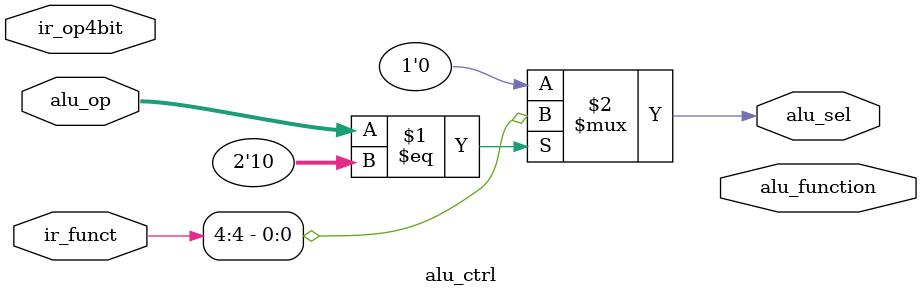
<source format=v>

module alu_ctrl(ir_funct, ir_op4bit, alu_op, 
                alu_function, alu_sel);

//Define
`define OPERATE 5

`define ALU_IOP_CHECK  ir_op4bit[03:01]
`define ALU_IOP_SLTI  3'b101
`define ALU_IOP_SLTIU 3'b101
`define ALU_IOP_CTRL_STANDARD  {ir_op4bit[03],1'b0,ir_op4bit[06:04]}
`define ALU_IOP_CTRL_SHIT  {ir_op4bit[03],1'b1,ir_op4bit[06:04]}
`define ALU_IOP_SEL  1'b0

`define FUNC      ir_funct[05:00]
`define FUNC_CTRL {ir_funct[05],ir_funct[03:00]}
`define FUNC_SEL ir_funct[04]

`define LW_SW      2'b00
`define BEQ        2'b01
`define RMATH      2'b10
`define IMATH      2'b11
`define LWSW_ADD   5'b10000
`define BEQ_SUB    5'b10010


//Inputs 
//from ctrl
input [05:00]ir_funct;
input [03:00]ir_op4bit;
input [01:00]alu_op;


//Outputs
output[`OPERATE-1:00]alu_function; 
output alu_sel;



/***********************************************************/


//Connection of graph
//ALU control
reg [`OPERATE-1:00]ctrl_ALU;
assign alu_sel=(alu_op==`RMATH)?`FUNC_SEL:`ALU_IOP_SEL;
always@(ir_funct,ir_op4bit,alu_op)begin
	case(alu_op)
		`LW_SW:begin
			ctrl_ALU=`LWSW_ADD;
		end
		`BEQ:begin
			ctrl_ALU=`BEQ_SUB;
		end
		`RMATH:begin
			ctrl_ALU=`FUNC_CTRL;	
		end
		`IMATH:begin
			if(ir_op4bit==`ALU_IOP_SLTI)
				ctrl_ALU=`ALU_IOP_CTRL_SHIT;
			else
				ctrl_ALU=`ALU_IOP_CTRL_STANDARD;
		end
		default:begin
			ctrl_ALU=5'b00000;
			$display("Error in EX!");
		end
		endcase
end


/***********************************************************/


endmodule

</source>
